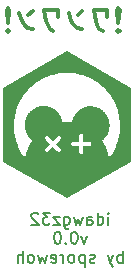
<source format=gbr>
%TF.GenerationSoftware,KiCad,Pcbnew,7.0.8*%
%TF.CreationDate,2024-01-22T23:57:30-06:00*%
%TF.ProjectId,idawgz32,69646177-677a-4333-922e-6b696361645f,rev?*%
%TF.SameCoordinates,Original*%
%TF.FileFunction,Legend,Bot*%
%TF.FilePolarity,Positive*%
%FSLAX46Y46*%
G04 Gerber Fmt 4.6, Leading zero omitted, Abs format (unit mm)*
G04 Created by KiCad (PCBNEW 7.0.8) date 2024-01-22 23:57:30*
%MOMM*%
%LPD*%
G01*
G04 APERTURE LIST*
%ADD10C,0.300000*%
%ADD11C,0.150000*%
%ADD12C,0.000000*%
G04 APERTURE END LIST*
D10*
X79576441Y-48299161D02*
X79481203Y-48394400D01*
X79481203Y-48394400D02*
X79576441Y-48489638D01*
X79576441Y-48489638D02*
X79671679Y-48394400D01*
X79671679Y-48394400D02*
X79576441Y-48299161D01*
X79576441Y-48299161D02*
X79576441Y-48489638D01*
X79576441Y-47727733D02*
X79671679Y-46584876D01*
X79671679Y-46584876D02*
X79576441Y-46489638D01*
X79576441Y-46489638D02*
X79481203Y-46584876D01*
X79481203Y-46584876D02*
X79576441Y-47727733D01*
X79576441Y-47727733D02*
X79576441Y-46489638D01*
X78624060Y-46584876D02*
X78624060Y-47251542D01*
X77481203Y-46584876D02*
X77576441Y-47156304D01*
X77576441Y-47156304D02*
X77671679Y-47537257D01*
X77671679Y-47537257D02*
X77766917Y-47918209D01*
X77766917Y-47918209D02*
X77957393Y-48203923D01*
X77957393Y-48203923D02*
X78243108Y-48394400D01*
X78624060Y-46584876D02*
X77481203Y-46584876D01*
X76528822Y-46680114D02*
X76147870Y-47061066D01*
X76528822Y-48203923D02*
X76052632Y-48108685D01*
X76052632Y-48108685D02*
X75766917Y-47822971D01*
X75766917Y-47822971D02*
X75576441Y-47537257D01*
X75576441Y-47537257D02*
X75385965Y-46870590D01*
X74433584Y-46584876D02*
X74433584Y-47251542D01*
X73290727Y-46584876D02*
X73385965Y-47156304D01*
X73385965Y-47156304D02*
X73481203Y-47537257D01*
X73481203Y-47537257D02*
X73576441Y-47918209D01*
X73576441Y-47918209D02*
X73766917Y-48203923D01*
X73766917Y-48203923D02*
X74052632Y-48394400D01*
X74433584Y-46584876D02*
X73290727Y-46584876D01*
X72338346Y-46680114D02*
X71957394Y-47061066D01*
X72338346Y-48203923D02*
X71862156Y-48108685D01*
X71862156Y-48108685D02*
X71576441Y-47822971D01*
X71576441Y-47822971D02*
X71385965Y-47537257D01*
X71385965Y-47537257D02*
X71195489Y-46870590D01*
X70243108Y-48299161D02*
X70147870Y-48394400D01*
X70147870Y-48394400D02*
X70243108Y-48489638D01*
X70243108Y-48489638D02*
X70338346Y-48394400D01*
X70338346Y-48394400D02*
X70243108Y-48299161D01*
X70243108Y-48299161D02*
X70243108Y-48489638D01*
X70243108Y-47727733D02*
X70338346Y-46584876D01*
X70338346Y-46584876D02*
X70243108Y-46489638D01*
X70243108Y-46489638D02*
X70147870Y-46584876D01*
X70147870Y-46584876D02*
X70243108Y-47727733D01*
X70243108Y-47727733D02*
X70243108Y-46489638D01*
D11*
X78738094Y-64789819D02*
X78738094Y-64123152D01*
X78738094Y-63789819D02*
X78785713Y-63837438D01*
X78785713Y-63837438D02*
X78738094Y-63885057D01*
X78738094Y-63885057D02*
X78690475Y-63837438D01*
X78690475Y-63837438D02*
X78738094Y-63789819D01*
X78738094Y-63789819D02*
X78738094Y-63885057D01*
X77833333Y-64789819D02*
X77833333Y-63789819D01*
X77833333Y-64742200D02*
X77928571Y-64789819D01*
X77928571Y-64789819D02*
X78119047Y-64789819D01*
X78119047Y-64789819D02*
X78214285Y-64742200D01*
X78214285Y-64742200D02*
X78261904Y-64694580D01*
X78261904Y-64694580D02*
X78309523Y-64599342D01*
X78309523Y-64599342D02*
X78309523Y-64313628D01*
X78309523Y-64313628D02*
X78261904Y-64218390D01*
X78261904Y-64218390D02*
X78214285Y-64170771D01*
X78214285Y-64170771D02*
X78119047Y-64123152D01*
X78119047Y-64123152D02*
X77928571Y-64123152D01*
X77928571Y-64123152D02*
X77833333Y-64170771D01*
X76928571Y-64789819D02*
X76928571Y-64266009D01*
X76928571Y-64266009D02*
X76976190Y-64170771D01*
X76976190Y-64170771D02*
X77071428Y-64123152D01*
X77071428Y-64123152D02*
X77261904Y-64123152D01*
X77261904Y-64123152D02*
X77357142Y-64170771D01*
X76928571Y-64742200D02*
X77023809Y-64789819D01*
X77023809Y-64789819D02*
X77261904Y-64789819D01*
X77261904Y-64789819D02*
X77357142Y-64742200D01*
X77357142Y-64742200D02*
X77404761Y-64646961D01*
X77404761Y-64646961D02*
X77404761Y-64551723D01*
X77404761Y-64551723D02*
X77357142Y-64456485D01*
X77357142Y-64456485D02*
X77261904Y-64408866D01*
X77261904Y-64408866D02*
X77023809Y-64408866D01*
X77023809Y-64408866D02*
X76928571Y-64361247D01*
X76547618Y-64123152D02*
X76357142Y-64789819D01*
X76357142Y-64789819D02*
X76166666Y-64313628D01*
X76166666Y-64313628D02*
X75976190Y-64789819D01*
X75976190Y-64789819D02*
X75785714Y-64123152D01*
X74976190Y-64123152D02*
X74976190Y-64932676D01*
X74976190Y-64932676D02*
X75023809Y-65027914D01*
X75023809Y-65027914D02*
X75071428Y-65075533D01*
X75071428Y-65075533D02*
X75166666Y-65123152D01*
X75166666Y-65123152D02*
X75309523Y-65123152D01*
X75309523Y-65123152D02*
X75404761Y-65075533D01*
X74976190Y-64742200D02*
X75071428Y-64789819D01*
X75071428Y-64789819D02*
X75261904Y-64789819D01*
X75261904Y-64789819D02*
X75357142Y-64742200D01*
X75357142Y-64742200D02*
X75404761Y-64694580D01*
X75404761Y-64694580D02*
X75452380Y-64599342D01*
X75452380Y-64599342D02*
X75452380Y-64313628D01*
X75452380Y-64313628D02*
X75404761Y-64218390D01*
X75404761Y-64218390D02*
X75357142Y-64170771D01*
X75357142Y-64170771D02*
X75261904Y-64123152D01*
X75261904Y-64123152D02*
X75071428Y-64123152D01*
X75071428Y-64123152D02*
X74976190Y-64170771D01*
X74595237Y-64123152D02*
X74071428Y-64123152D01*
X74071428Y-64123152D02*
X74595237Y-64789819D01*
X74595237Y-64789819D02*
X74071428Y-64789819D01*
X73785713Y-63789819D02*
X73166666Y-63789819D01*
X73166666Y-63789819D02*
X73499999Y-64170771D01*
X73499999Y-64170771D02*
X73357142Y-64170771D01*
X73357142Y-64170771D02*
X73261904Y-64218390D01*
X73261904Y-64218390D02*
X73214285Y-64266009D01*
X73214285Y-64266009D02*
X73166666Y-64361247D01*
X73166666Y-64361247D02*
X73166666Y-64599342D01*
X73166666Y-64599342D02*
X73214285Y-64694580D01*
X73214285Y-64694580D02*
X73261904Y-64742200D01*
X73261904Y-64742200D02*
X73357142Y-64789819D01*
X73357142Y-64789819D02*
X73642856Y-64789819D01*
X73642856Y-64789819D02*
X73738094Y-64742200D01*
X73738094Y-64742200D02*
X73785713Y-64694580D01*
X72785713Y-63885057D02*
X72738094Y-63837438D01*
X72738094Y-63837438D02*
X72642856Y-63789819D01*
X72642856Y-63789819D02*
X72404761Y-63789819D01*
X72404761Y-63789819D02*
X72309523Y-63837438D01*
X72309523Y-63837438D02*
X72261904Y-63885057D01*
X72261904Y-63885057D02*
X72214285Y-63980295D01*
X72214285Y-63980295D02*
X72214285Y-64075533D01*
X72214285Y-64075533D02*
X72261904Y-64218390D01*
X72261904Y-64218390D02*
X72833332Y-64789819D01*
X72833332Y-64789819D02*
X72214285Y-64789819D01*
X76928570Y-65733152D02*
X76690475Y-66399819D01*
X76690475Y-66399819D02*
X76452380Y-65733152D01*
X75880951Y-65399819D02*
X75785713Y-65399819D01*
X75785713Y-65399819D02*
X75690475Y-65447438D01*
X75690475Y-65447438D02*
X75642856Y-65495057D01*
X75642856Y-65495057D02*
X75595237Y-65590295D01*
X75595237Y-65590295D02*
X75547618Y-65780771D01*
X75547618Y-65780771D02*
X75547618Y-66018866D01*
X75547618Y-66018866D02*
X75595237Y-66209342D01*
X75595237Y-66209342D02*
X75642856Y-66304580D01*
X75642856Y-66304580D02*
X75690475Y-66352200D01*
X75690475Y-66352200D02*
X75785713Y-66399819D01*
X75785713Y-66399819D02*
X75880951Y-66399819D01*
X75880951Y-66399819D02*
X75976189Y-66352200D01*
X75976189Y-66352200D02*
X76023808Y-66304580D01*
X76023808Y-66304580D02*
X76071427Y-66209342D01*
X76071427Y-66209342D02*
X76119046Y-66018866D01*
X76119046Y-66018866D02*
X76119046Y-65780771D01*
X76119046Y-65780771D02*
X76071427Y-65590295D01*
X76071427Y-65590295D02*
X76023808Y-65495057D01*
X76023808Y-65495057D02*
X75976189Y-65447438D01*
X75976189Y-65447438D02*
X75880951Y-65399819D01*
X75119046Y-66304580D02*
X75071427Y-66352200D01*
X75071427Y-66352200D02*
X75119046Y-66399819D01*
X75119046Y-66399819D02*
X75166665Y-66352200D01*
X75166665Y-66352200D02*
X75119046Y-66304580D01*
X75119046Y-66304580D02*
X75119046Y-66399819D01*
X74452380Y-65399819D02*
X74357142Y-65399819D01*
X74357142Y-65399819D02*
X74261904Y-65447438D01*
X74261904Y-65447438D02*
X74214285Y-65495057D01*
X74214285Y-65495057D02*
X74166666Y-65590295D01*
X74166666Y-65590295D02*
X74119047Y-65780771D01*
X74119047Y-65780771D02*
X74119047Y-66018866D01*
X74119047Y-66018866D02*
X74166666Y-66209342D01*
X74166666Y-66209342D02*
X74214285Y-66304580D01*
X74214285Y-66304580D02*
X74261904Y-66352200D01*
X74261904Y-66352200D02*
X74357142Y-66399819D01*
X74357142Y-66399819D02*
X74452380Y-66399819D01*
X74452380Y-66399819D02*
X74547618Y-66352200D01*
X74547618Y-66352200D02*
X74595237Y-66304580D01*
X74595237Y-66304580D02*
X74642856Y-66209342D01*
X74642856Y-66209342D02*
X74690475Y-66018866D01*
X74690475Y-66018866D02*
X74690475Y-65780771D01*
X74690475Y-65780771D02*
X74642856Y-65590295D01*
X74642856Y-65590295D02*
X74595237Y-65495057D01*
X74595237Y-65495057D02*
X74547618Y-65447438D01*
X74547618Y-65447438D02*
X74452380Y-65399819D01*
X79952381Y-68009819D02*
X79952381Y-67009819D01*
X79952381Y-67390771D02*
X79857143Y-67343152D01*
X79857143Y-67343152D02*
X79666667Y-67343152D01*
X79666667Y-67343152D02*
X79571429Y-67390771D01*
X79571429Y-67390771D02*
X79523810Y-67438390D01*
X79523810Y-67438390D02*
X79476191Y-67533628D01*
X79476191Y-67533628D02*
X79476191Y-67819342D01*
X79476191Y-67819342D02*
X79523810Y-67914580D01*
X79523810Y-67914580D02*
X79571429Y-67962200D01*
X79571429Y-67962200D02*
X79666667Y-68009819D01*
X79666667Y-68009819D02*
X79857143Y-68009819D01*
X79857143Y-68009819D02*
X79952381Y-67962200D01*
X79142857Y-67343152D02*
X78904762Y-68009819D01*
X78666667Y-67343152D02*
X78904762Y-68009819D01*
X78904762Y-68009819D02*
X79000000Y-68247914D01*
X79000000Y-68247914D02*
X79047619Y-68295533D01*
X79047619Y-68295533D02*
X79142857Y-68343152D01*
X77571428Y-67962200D02*
X77476190Y-68009819D01*
X77476190Y-68009819D02*
X77285714Y-68009819D01*
X77285714Y-68009819D02*
X77190476Y-67962200D01*
X77190476Y-67962200D02*
X77142857Y-67866961D01*
X77142857Y-67866961D02*
X77142857Y-67819342D01*
X77142857Y-67819342D02*
X77190476Y-67724104D01*
X77190476Y-67724104D02*
X77285714Y-67676485D01*
X77285714Y-67676485D02*
X77428571Y-67676485D01*
X77428571Y-67676485D02*
X77523809Y-67628866D01*
X77523809Y-67628866D02*
X77571428Y-67533628D01*
X77571428Y-67533628D02*
X77571428Y-67486009D01*
X77571428Y-67486009D02*
X77523809Y-67390771D01*
X77523809Y-67390771D02*
X77428571Y-67343152D01*
X77428571Y-67343152D02*
X77285714Y-67343152D01*
X77285714Y-67343152D02*
X77190476Y-67390771D01*
X76714285Y-67343152D02*
X76714285Y-68343152D01*
X76714285Y-67390771D02*
X76619047Y-67343152D01*
X76619047Y-67343152D02*
X76428571Y-67343152D01*
X76428571Y-67343152D02*
X76333333Y-67390771D01*
X76333333Y-67390771D02*
X76285714Y-67438390D01*
X76285714Y-67438390D02*
X76238095Y-67533628D01*
X76238095Y-67533628D02*
X76238095Y-67819342D01*
X76238095Y-67819342D02*
X76285714Y-67914580D01*
X76285714Y-67914580D02*
X76333333Y-67962200D01*
X76333333Y-67962200D02*
X76428571Y-68009819D01*
X76428571Y-68009819D02*
X76619047Y-68009819D01*
X76619047Y-68009819D02*
X76714285Y-67962200D01*
X75666666Y-68009819D02*
X75761904Y-67962200D01*
X75761904Y-67962200D02*
X75809523Y-67914580D01*
X75809523Y-67914580D02*
X75857142Y-67819342D01*
X75857142Y-67819342D02*
X75857142Y-67533628D01*
X75857142Y-67533628D02*
X75809523Y-67438390D01*
X75809523Y-67438390D02*
X75761904Y-67390771D01*
X75761904Y-67390771D02*
X75666666Y-67343152D01*
X75666666Y-67343152D02*
X75523809Y-67343152D01*
X75523809Y-67343152D02*
X75428571Y-67390771D01*
X75428571Y-67390771D02*
X75380952Y-67438390D01*
X75380952Y-67438390D02*
X75333333Y-67533628D01*
X75333333Y-67533628D02*
X75333333Y-67819342D01*
X75333333Y-67819342D02*
X75380952Y-67914580D01*
X75380952Y-67914580D02*
X75428571Y-67962200D01*
X75428571Y-67962200D02*
X75523809Y-68009819D01*
X75523809Y-68009819D02*
X75666666Y-68009819D01*
X74904761Y-68009819D02*
X74904761Y-67343152D01*
X74904761Y-67533628D02*
X74857142Y-67438390D01*
X74857142Y-67438390D02*
X74809523Y-67390771D01*
X74809523Y-67390771D02*
X74714285Y-67343152D01*
X74714285Y-67343152D02*
X74619047Y-67343152D01*
X73904761Y-67962200D02*
X73999999Y-68009819D01*
X73999999Y-68009819D02*
X74190475Y-68009819D01*
X74190475Y-68009819D02*
X74285713Y-67962200D01*
X74285713Y-67962200D02*
X74333332Y-67866961D01*
X74333332Y-67866961D02*
X74333332Y-67486009D01*
X74333332Y-67486009D02*
X74285713Y-67390771D01*
X74285713Y-67390771D02*
X74190475Y-67343152D01*
X74190475Y-67343152D02*
X73999999Y-67343152D01*
X73999999Y-67343152D02*
X73904761Y-67390771D01*
X73904761Y-67390771D02*
X73857142Y-67486009D01*
X73857142Y-67486009D02*
X73857142Y-67581247D01*
X73857142Y-67581247D02*
X74333332Y-67676485D01*
X73523808Y-67343152D02*
X73333332Y-68009819D01*
X73333332Y-68009819D02*
X73142856Y-67533628D01*
X73142856Y-67533628D02*
X72952380Y-68009819D01*
X72952380Y-68009819D02*
X72761904Y-67343152D01*
X72238094Y-68009819D02*
X72333332Y-67962200D01*
X72333332Y-67962200D02*
X72380951Y-67914580D01*
X72380951Y-67914580D02*
X72428570Y-67819342D01*
X72428570Y-67819342D02*
X72428570Y-67533628D01*
X72428570Y-67533628D02*
X72380951Y-67438390D01*
X72380951Y-67438390D02*
X72333332Y-67390771D01*
X72333332Y-67390771D02*
X72238094Y-67343152D01*
X72238094Y-67343152D02*
X72095237Y-67343152D01*
X72095237Y-67343152D02*
X71999999Y-67390771D01*
X71999999Y-67390771D02*
X71952380Y-67438390D01*
X71952380Y-67438390D02*
X71904761Y-67533628D01*
X71904761Y-67533628D02*
X71904761Y-67819342D01*
X71904761Y-67819342D02*
X71952380Y-67914580D01*
X71952380Y-67914580D02*
X71999999Y-67962200D01*
X71999999Y-67962200D02*
X72095237Y-68009819D01*
X72095237Y-68009819D02*
X72238094Y-68009819D01*
X71476189Y-68009819D02*
X71476189Y-67009819D01*
X71047618Y-68009819D02*
X71047618Y-67486009D01*
X71047618Y-67486009D02*
X71095237Y-67390771D01*
X71095237Y-67390771D02*
X71190475Y-67343152D01*
X71190475Y-67343152D02*
X71333332Y-67343152D01*
X71333332Y-67343152D02*
X71428570Y-67390771D01*
X71428570Y-67390771D02*
X71476189Y-67438390D01*
D12*
G36*
X80626649Y-59457481D02*
G01*
X75224744Y-62576272D01*
X69822832Y-59457480D01*
X69822833Y-56435522D01*
X70730286Y-56435522D01*
X70734390Y-56629179D01*
X70746590Y-56820752D01*
X70766721Y-57010075D01*
X70794616Y-57196982D01*
X70830111Y-57381307D01*
X70873038Y-57562885D01*
X70923233Y-57741549D01*
X70980528Y-57917134D01*
X71044759Y-58089473D01*
X71115759Y-58258401D01*
X71193362Y-58423751D01*
X71277402Y-58585359D01*
X71367715Y-58743057D01*
X71464132Y-58896680D01*
X71566489Y-59046063D01*
X71674620Y-59191038D01*
X71690260Y-59082938D01*
X71709099Y-58975903D01*
X71731087Y-58869982D01*
X71756173Y-58765225D01*
X71784308Y-58661685D01*
X71815439Y-58559410D01*
X71848737Y-58460764D01*
X73367424Y-58460764D01*
X73367761Y-58468678D01*
X73368466Y-58476573D01*
X73369539Y-58484435D01*
X73370980Y-58492248D01*
X73372788Y-58500000D01*
X73374965Y-58507676D01*
X73377509Y-58515263D01*
X73380421Y-58522746D01*
X73383702Y-58530111D01*
X73387350Y-58537345D01*
X73391365Y-58544434D01*
X73395749Y-58551363D01*
X73400501Y-58558119D01*
X73405621Y-58564687D01*
X73411108Y-58571054D01*
X73416963Y-58577205D01*
X73423115Y-58583061D01*
X73429482Y-58588548D01*
X73436050Y-58593668D01*
X73442806Y-58598420D01*
X73449735Y-58602803D01*
X73456824Y-58606819D01*
X73464057Y-58610467D01*
X73471423Y-58613747D01*
X73478906Y-58616660D01*
X73486493Y-58619204D01*
X73494169Y-58621380D01*
X73501921Y-58623189D01*
X73509734Y-58624629D01*
X73517595Y-58625702D01*
X73525490Y-58626407D01*
X73533405Y-58626744D01*
X73541326Y-58626713D01*
X73549238Y-58626314D01*
X73557128Y-58625547D01*
X73564983Y-58624413D01*
X73572787Y-58622910D01*
X73580527Y-58621040D01*
X73588189Y-58618801D01*
X73595759Y-58616195D01*
X73603224Y-58613221D01*
X73610568Y-58609879D01*
X73617779Y-58606169D01*
X73624842Y-58602091D01*
X73631743Y-58597646D01*
X73638468Y-58592832D01*
X73645003Y-58587651D01*
X73651335Y-58582101D01*
X73651348Y-58582114D01*
X73651360Y-58582127D01*
X73651385Y-58582153D01*
X73651411Y-58582179D01*
X73651438Y-58582205D01*
X73656436Y-58577205D01*
X74031470Y-58202172D01*
X74411505Y-58582205D01*
X74411556Y-58582153D01*
X74411582Y-58582127D01*
X74411608Y-58582101D01*
X74417939Y-58587651D01*
X74424475Y-58592832D01*
X74431200Y-58597646D01*
X74438101Y-58602091D01*
X74445163Y-58606169D01*
X74452374Y-58609879D01*
X74459718Y-58613221D01*
X74467182Y-58616195D01*
X74474752Y-58618801D01*
X74482414Y-58621040D01*
X74490155Y-58622910D01*
X74497959Y-58624413D01*
X74505813Y-58625547D01*
X74513703Y-58626314D01*
X74521616Y-58626713D01*
X74529536Y-58626744D01*
X74537451Y-58626407D01*
X74545346Y-58625702D01*
X74553207Y-58624629D01*
X74561021Y-58623189D01*
X74568773Y-58621380D01*
X74576449Y-58619204D01*
X74584035Y-58616660D01*
X74591518Y-58613747D01*
X74598884Y-58610467D01*
X74606118Y-58606819D01*
X74613206Y-58602803D01*
X74620136Y-58598420D01*
X74626891Y-58593668D01*
X74633459Y-58588548D01*
X74639826Y-58583061D01*
X74645978Y-58577205D01*
X74651834Y-58571054D01*
X74657321Y-58564687D01*
X74662441Y-58558119D01*
X74667193Y-58551363D01*
X74671577Y-58544434D01*
X74675593Y-58537345D01*
X74679241Y-58530111D01*
X74682521Y-58522746D01*
X74685433Y-58515263D01*
X74687977Y-58507676D01*
X74690154Y-58500000D01*
X74691963Y-58492248D01*
X74693403Y-58484435D01*
X74694476Y-58476573D01*
X74695181Y-58468678D01*
X74695518Y-58460764D01*
X74695487Y-58452843D01*
X74695088Y-58444931D01*
X74694321Y-58437041D01*
X74693187Y-58429186D01*
X74691684Y-58421382D01*
X74689814Y-58413642D01*
X74687576Y-58405980D01*
X74684969Y-58398410D01*
X74681995Y-58390946D01*
X74678653Y-58383601D01*
X74674944Y-58376391D01*
X74670866Y-58369328D01*
X74666420Y-58362427D01*
X74661607Y-58355702D01*
X74656425Y-58349167D01*
X74650876Y-58342835D01*
X74650977Y-58342731D01*
X74270944Y-57962698D01*
X74270945Y-57962697D01*
X75548969Y-57962697D01*
X75549178Y-57971187D01*
X75549800Y-57979569D01*
X75550825Y-57987834D01*
X75552242Y-57995971D01*
X75554041Y-58003971D01*
X75556214Y-58011823D01*
X75558750Y-58019517D01*
X75561638Y-58027045D01*
X75564870Y-58034396D01*
X75568436Y-58041559D01*
X75572325Y-58048526D01*
X75576527Y-58055286D01*
X75581034Y-58061830D01*
X75585834Y-58068147D01*
X75590918Y-58074228D01*
X75596276Y-58080063D01*
X75601899Y-58085642D01*
X75607776Y-58090955D01*
X75613897Y-58095992D01*
X75620253Y-58100744D01*
X75626834Y-58105200D01*
X75633629Y-58109350D01*
X75640630Y-58113185D01*
X75647826Y-58116695D01*
X75655207Y-58119871D01*
X75662763Y-58122701D01*
X75670485Y-58125176D01*
X75678362Y-58127287D01*
X75686386Y-58129023D01*
X75694545Y-58130375D01*
X75702830Y-58131332D01*
X75711231Y-58131885D01*
X75711231Y-58132030D01*
X76248680Y-58132030D01*
X76248680Y-58460764D01*
X76248680Y-58669478D01*
X76248825Y-58669478D01*
X76249379Y-58677880D01*
X76250336Y-58686165D01*
X76251688Y-58694324D01*
X76253424Y-58702347D01*
X76255535Y-58710225D01*
X76258010Y-58717947D01*
X76260840Y-58725503D01*
X76264015Y-58732884D01*
X76267525Y-58740080D01*
X76271361Y-58747080D01*
X76275511Y-58753876D01*
X76279967Y-58760457D01*
X76284718Y-58766813D01*
X76289756Y-58772934D01*
X76295068Y-58778811D01*
X76300647Y-58784433D01*
X76306482Y-58789792D01*
X76312563Y-58794876D01*
X76318880Y-58799676D01*
X76325424Y-58804182D01*
X76332184Y-58808385D01*
X76339151Y-58812274D01*
X76346314Y-58815839D01*
X76353665Y-58819071D01*
X76361192Y-58821960D01*
X76368887Y-58824495D01*
X76376739Y-58826668D01*
X76384738Y-58828468D01*
X76392875Y-58829885D01*
X76401139Y-58830909D01*
X76409522Y-58831531D01*
X76418012Y-58831740D01*
X76426502Y-58831531D01*
X76434885Y-58830909D01*
X76443149Y-58829885D01*
X76451286Y-58828468D01*
X76459286Y-58826668D01*
X76467138Y-58824495D01*
X76474833Y-58821960D01*
X76482360Y-58819071D01*
X76489711Y-58815839D01*
X76496875Y-58812274D01*
X76503842Y-58808385D01*
X76510602Y-58804182D01*
X76517146Y-58799676D01*
X76523463Y-58794876D01*
X76529544Y-58789792D01*
X76535379Y-58784433D01*
X76540958Y-58778811D01*
X76546271Y-58772934D01*
X76551308Y-58766813D01*
X76556059Y-58760457D01*
X76560515Y-58753876D01*
X76564666Y-58747080D01*
X76568501Y-58740080D01*
X76572011Y-58732884D01*
X76575186Y-58725503D01*
X76578017Y-58717947D01*
X76580492Y-58710225D01*
X76582603Y-58702347D01*
X76584339Y-58694324D01*
X76585690Y-58686165D01*
X76586648Y-58677880D01*
X76587201Y-58669478D01*
X76587345Y-58669478D01*
X76587345Y-58132030D01*
X77124794Y-58132030D01*
X77124794Y-58131885D01*
X77133195Y-58131332D01*
X77141480Y-58130375D01*
X77149639Y-58129023D01*
X77157663Y-58127287D01*
X77165540Y-58125176D01*
X77173262Y-58122701D01*
X77180818Y-58119871D01*
X77188199Y-58116695D01*
X77195395Y-58113185D01*
X77202396Y-58109350D01*
X77209191Y-58105200D01*
X77215772Y-58100744D01*
X77222128Y-58095992D01*
X77228249Y-58090955D01*
X77234126Y-58085642D01*
X77239749Y-58080063D01*
X77245107Y-58074228D01*
X77250191Y-58068147D01*
X77254991Y-58061830D01*
X77259498Y-58055286D01*
X77263700Y-58048526D01*
X77267589Y-58041559D01*
X77271155Y-58034396D01*
X77274387Y-58027045D01*
X77277275Y-58019517D01*
X77279811Y-58011823D01*
X77281984Y-58003971D01*
X77283784Y-57995971D01*
X77285201Y-57987834D01*
X77286225Y-57979569D01*
X77286847Y-57971187D01*
X77287056Y-57962697D01*
X77286847Y-57954206D01*
X77286225Y-57945824D01*
X77285201Y-57937559D01*
X77283784Y-57929423D01*
X77281984Y-57921423D01*
X77279811Y-57913571D01*
X77277276Y-57905877D01*
X77274387Y-57898349D01*
X77271155Y-57890998D01*
X77267590Y-57883835D01*
X77263701Y-57876868D01*
X77259498Y-57870108D01*
X77254992Y-57863564D01*
X77250192Y-57857247D01*
X77245108Y-57851166D01*
X77239749Y-57845331D01*
X77234127Y-57839752D01*
X77228250Y-57834439D01*
X77222129Y-57829402D01*
X77215773Y-57824651D01*
X77209192Y-57820195D01*
X77202396Y-57816044D01*
X77195396Y-57812209D01*
X77188200Y-57808699D01*
X77180819Y-57805524D01*
X77173263Y-57802694D01*
X77165541Y-57800219D01*
X77157663Y-57798108D01*
X77149640Y-57796372D01*
X77141481Y-57795020D01*
X77133196Y-57794063D01*
X77124794Y-57793509D01*
X77124794Y-57793364D01*
X76587345Y-57793364D01*
X76587345Y-57255915D01*
X76587201Y-57255915D01*
X76586648Y-57247514D01*
X76585690Y-57239229D01*
X76584339Y-57231070D01*
X76582603Y-57223046D01*
X76580492Y-57215169D01*
X76578017Y-57207447D01*
X76575186Y-57199891D01*
X76572011Y-57192510D01*
X76568501Y-57185314D01*
X76564666Y-57178313D01*
X76560515Y-57171518D01*
X76556059Y-57164937D01*
X76551308Y-57158581D01*
X76546271Y-57152459D01*
X76540958Y-57146582D01*
X76535379Y-57140960D01*
X76529544Y-57135602D01*
X76523463Y-57130517D01*
X76517146Y-57125717D01*
X76510602Y-57121211D01*
X76503842Y-57117008D01*
X76496875Y-57113119D01*
X76489711Y-57109554D01*
X76482360Y-57106322D01*
X76474833Y-57103433D01*
X76467138Y-57100897D01*
X76459286Y-57098725D01*
X76451286Y-57096925D01*
X76443149Y-57095508D01*
X76434885Y-57094483D01*
X76426502Y-57093862D01*
X76418012Y-57093652D01*
X76409522Y-57093862D01*
X76401139Y-57094483D01*
X76392875Y-57095508D01*
X76384738Y-57096925D01*
X76376739Y-57098725D01*
X76368887Y-57100897D01*
X76361192Y-57103433D01*
X76353665Y-57106322D01*
X76346314Y-57109554D01*
X76339151Y-57113119D01*
X76332184Y-57117008D01*
X76325423Y-57121211D01*
X76318880Y-57125717D01*
X76312562Y-57130517D01*
X76306481Y-57135602D01*
X76300646Y-57140960D01*
X76295068Y-57146582D01*
X76289755Y-57152459D01*
X76284717Y-57158581D01*
X76279966Y-57164937D01*
X76275510Y-57171518D01*
X76271359Y-57178313D01*
X76267524Y-57185314D01*
X76264014Y-57192510D01*
X76260839Y-57199891D01*
X76258009Y-57207447D01*
X76255533Y-57215169D01*
X76253422Y-57223046D01*
X76251686Y-57231070D01*
X76250335Y-57239229D01*
X76249377Y-57247514D01*
X76248824Y-57255915D01*
X76248680Y-57255915D01*
X76248680Y-57793366D01*
X75718093Y-57793366D01*
X75711231Y-57793364D01*
X75711231Y-57793508D01*
X75702830Y-57794061D01*
X75694545Y-57795019D01*
X75686386Y-57796370D01*
X75678362Y-57798106D01*
X75670485Y-57800217D01*
X75662763Y-57802692D01*
X75655207Y-57805523D01*
X75647826Y-57808698D01*
X75640630Y-57812208D01*
X75633629Y-57816043D01*
X75626834Y-57820193D01*
X75620253Y-57824649D01*
X75613897Y-57829401D01*
X75607776Y-57834438D01*
X75601899Y-57839751D01*
X75596276Y-57845330D01*
X75590918Y-57851165D01*
X75585834Y-57857246D01*
X75581034Y-57863563D01*
X75576527Y-57870107D01*
X75572325Y-57876867D01*
X75568436Y-57883834D01*
X75564870Y-57890998D01*
X75561638Y-57898348D01*
X75558750Y-57905876D01*
X75556214Y-57913571D01*
X75554041Y-57921423D01*
X75552242Y-57929422D01*
X75550825Y-57937559D01*
X75549800Y-57945824D01*
X75549178Y-57954206D01*
X75548969Y-57962697D01*
X74270945Y-57962697D01*
X74645978Y-57587663D01*
X74650978Y-57582663D01*
X74650876Y-57582561D01*
X74656425Y-57576229D01*
X74661607Y-57569694D01*
X74666420Y-57562969D01*
X74670866Y-57556068D01*
X74674944Y-57549005D01*
X74678653Y-57541794D01*
X74681995Y-57534450D01*
X74684969Y-57526986D01*
X74687576Y-57519415D01*
X74689814Y-57511753D01*
X74691684Y-57504013D01*
X74693187Y-57496209D01*
X74694321Y-57488355D01*
X74695088Y-57480465D01*
X74695487Y-57472552D01*
X74695518Y-57464632D01*
X74695181Y-57456717D01*
X74694476Y-57448822D01*
X74693403Y-57440961D01*
X74691963Y-57433147D01*
X74690154Y-57425395D01*
X74687977Y-57417719D01*
X74685433Y-57410133D01*
X74682521Y-57402649D01*
X74679241Y-57395284D01*
X74675593Y-57388050D01*
X74671577Y-57380961D01*
X74667193Y-57374032D01*
X74662441Y-57367276D01*
X74657321Y-57360708D01*
X74651834Y-57354341D01*
X74645978Y-57348189D01*
X74639826Y-57342334D01*
X74633459Y-57336846D01*
X74626891Y-57331727D01*
X74620136Y-57326975D01*
X74613206Y-57322591D01*
X74606118Y-57318575D01*
X74598884Y-57314927D01*
X74591518Y-57311647D01*
X74584035Y-57308735D01*
X74576449Y-57306191D01*
X74568773Y-57304014D01*
X74561021Y-57302206D01*
X74553207Y-57300765D01*
X74545346Y-57299692D01*
X74537451Y-57298987D01*
X74529536Y-57298650D01*
X74521616Y-57298681D01*
X74513703Y-57299080D01*
X74505813Y-57299847D01*
X74497959Y-57300981D01*
X74490155Y-57302484D01*
X74482414Y-57304354D01*
X74474752Y-57306593D01*
X74467182Y-57309199D01*
X74459718Y-57312173D01*
X74452374Y-57315515D01*
X74445163Y-57319225D01*
X74438101Y-57323303D01*
X74431200Y-57327748D01*
X74424475Y-57332562D01*
X74417939Y-57337743D01*
X74411608Y-57343293D01*
X74411505Y-57343190D01*
X74406504Y-57348189D01*
X74031470Y-57723224D01*
X73656435Y-57348191D01*
X73656362Y-57348117D01*
X73656326Y-57348080D01*
X73656288Y-57348043D01*
X73651439Y-57343190D01*
X73651426Y-57343202D01*
X73651412Y-57343215D01*
X73651399Y-57343228D01*
X73651386Y-57343241D01*
X73651335Y-57343293D01*
X73645003Y-57337743D01*
X73638468Y-57332562D01*
X73631743Y-57327749D01*
X73624842Y-57323303D01*
X73617779Y-57319225D01*
X73610568Y-57315515D01*
X73603224Y-57312173D01*
X73595760Y-57309199D01*
X73588189Y-57306593D01*
X73580527Y-57304355D01*
X73572787Y-57302485D01*
X73564983Y-57300982D01*
X73557129Y-57299847D01*
X73549238Y-57299081D01*
X73541326Y-57298682D01*
X73533406Y-57298651D01*
X73525491Y-57298988D01*
X73517596Y-57299693D01*
X73509735Y-57300766D01*
X73501921Y-57302206D01*
X73494169Y-57304015D01*
X73486493Y-57306191D01*
X73478907Y-57308736D01*
X73471424Y-57311648D01*
X73464058Y-57314928D01*
X73456824Y-57318576D01*
X73449736Y-57322592D01*
X73442806Y-57326976D01*
X73436051Y-57331728D01*
X73429482Y-57336848D01*
X73423115Y-57342335D01*
X73416963Y-57348191D01*
X73411108Y-57354342D01*
X73405621Y-57360709D01*
X73400501Y-57367278D01*
X73395749Y-57374033D01*
X73391365Y-57380962D01*
X73387350Y-57388051D01*
X73383702Y-57395285D01*
X73380421Y-57402650D01*
X73377509Y-57410133D01*
X73374965Y-57417720D01*
X73372788Y-57425396D01*
X73370980Y-57433148D01*
X73369539Y-57440961D01*
X73368466Y-57448823D01*
X73367761Y-57456718D01*
X73367424Y-57464632D01*
X73367455Y-57472553D01*
X73367854Y-57480465D01*
X73368621Y-57488356D01*
X73369756Y-57496210D01*
X73371258Y-57504014D01*
X73373128Y-57511754D01*
X73375367Y-57519416D01*
X73377973Y-57526986D01*
X73380947Y-57534451D01*
X73384289Y-57541795D01*
X73387999Y-57549005D01*
X73392077Y-57556068D01*
X73396522Y-57562969D01*
X73401336Y-57569694D01*
X73406518Y-57576229D01*
X73412067Y-57582561D01*
X73412041Y-57582587D01*
X73412015Y-57582613D01*
X73411989Y-57582638D01*
X73411963Y-57582665D01*
X73416963Y-57587665D01*
X73791999Y-57962698D01*
X73416963Y-58337732D01*
X73411963Y-58342731D01*
X73412067Y-58342835D01*
X73406518Y-58349167D01*
X73401336Y-58355702D01*
X73396522Y-58362427D01*
X73392077Y-58369328D01*
X73387999Y-58376391D01*
X73384289Y-58383601D01*
X73380947Y-58390946D01*
X73377973Y-58398410D01*
X73375367Y-58405980D01*
X73373128Y-58413642D01*
X73371258Y-58421382D01*
X73369756Y-58429186D01*
X73368621Y-58437041D01*
X73367854Y-58444931D01*
X73367455Y-58452843D01*
X73367424Y-58460764D01*
X71848737Y-58460764D01*
X71849518Y-58458451D01*
X71886494Y-58358858D01*
X71926317Y-58260683D01*
X71968935Y-58163975D01*
X72014299Y-58068784D01*
X72062359Y-57975162D01*
X72113063Y-57883158D01*
X72166362Y-57792823D01*
X72222205Y-57704207D01*
X72280542Y-57617360D01*
X72209800Y-57560423D01*
X72142424Y-57499651D01*
X72078579Y-57435209D01*
X72018432Y-57367262D01*
X71962148Y-57295976D01*
X71909891Y-57221516D01*
X71861826Y-57144047D01*
X71818120Y-57063734D01*
X71778937Y-56980743D01*
X71744442Y-56895239D01*
X71714801Y-56807386D01*
X71690178Y-56717351D01*
X71670740Y-56625297D01*
X71656651Y-56531392D01*
X71648076Y-56435799D01*
X71645182Y-56338684D01*
X71647271Y-56256146D01*
X71653472Y-56174687D01*
X71663682Y-56094408D01*
X71677802Y-56015410D01*
X71695730Y-55937794D01*
X71717365Y-55861662D01*
X71742606Y-55787114D01*
X71771352Y-55714251D01*
X71803501Y-55643175D01*
X71838953Y-55573986D01*
X71877607Y-55506786D01*
X71919361Y-55441676D01*
X71964115Y-55378757D01*
X72011767Y-55318129D01*
X72062216Y-55259894D01*
X72115361Y-55204154D01*
X72171102Y-55151009D01*
X72229337Y-55100559D01*
X72289964Y-55052907D01*
X72352884Y-55008154D01*
X72417994Y-54966400D01*
X72485194Y-54927746D01*
X72554382Y-54892294D01*
X72625458Y-54860144D01*
X72698321Y-54831399D01*
X72772869Y-54806158D01*
X72849001Y-54784523D01*
X72926617Y-54766595D01*
X73005615Y-54752475D01*
X73085894Y-54742264D01*
X73167353Y-54736064D01*
X73249890Y-54733974D01*
X73324736Y-54735692D01*
X73398704Y-54740793D01*
X73471718Y-54749204D01*
X73543703Y-54760849D01*
X73614584Y-54775653D01*
X73684285Y-54793540D01*
X73752732Y-54814436D01*
X73819850Y-54838265D01*
X73885562Y-54864951D01*
X73949794Y-54894420D01*
X74012470Y-54926597D01*
X74073516Y-54961405D01*
X74132856Y-54998771D01*
X74190414Y-55038618D01*
X74246116Y-55080871D01*
X74299886Y-55125456D01*
X74351650Y-55172296D01*
X74401331Y-55221318D01*
X74448855Y-55272444D01*
X74494146Y-55325601D01*
X74537129Y-55380713D01*
X74577729Y-55437705D01*
X74615871Y-55496501D01*
X74651479Y-55557027D01*
X74684479Y-55619206D01*
X74714794Y-55682965D01*
X74742350Y-55748226D01*
X74767072Y-55814917D01*
X74788884Y-55882960D01*
X74807711Y-55952281D01*
X74823477Y-56022805D01*
X74836109Y-56094456D01*
X74884074Y-56089596D01*
X74932224Y-56085370D01*
X74980553Y-56081783D01*
X75029057Y-56078838D01*
X75077732Y-56076541D01*
X75126574Y-56074894D01*
X75175578Y-56073904D01*
X75224741Y-56073572D01*
X75224742Y-56073572D01*
X75277464Y-56073953D01*
X75330003Y-56075093D01*
X75382354Y-56076985D01*
X75434512Y-56079626D01*
X75486472Y-56083009D01*
X75538228Y-56087130D01*
X75589775Y-56091983D01*
X75641109Y-56097563D01*
X75654533Y-56026888D01*
X75671014Y-55957341D01*
X75690478Y-55888996D01*
X75712853Y-55821924D01*
X75738066Y-55756199D01*
X75766042Y-55691896D01*
X75796710Y-55629085D01*
X75829995Y-55567842D01*
X75865825Y-55508239D01*
X75904127Y-55450349D01*
X75944827Y-55394245D01*
X75987852Y-55340001D01*
X76033128Y-55287689D01*
X76080584Y-55237384D01*
X76130145Y-55189158D01*
X76181739Y-55143083D01*
X76235292Y-55099235D01*
X76290731Y-55057685D01*
X76347983Y-55018506D01*
X76406974Y-54981773D01*
X76467632Y-54947558D01*
X76529884Y-54915934D01*
X76593655Y-54886975D01*
X76658874Y-54860753D01*
X76725466Y-54837342D01*
X76793359Y-54816816D01*
X76862480Y-54799246D01*
X76932755Y-54784707D01*
X77004111Y-54773271D01*
X77076475Y-54765012D01*
X77149773Y-54760003D01*
X77223934Y-54758317D01*
X77306472Y-54760407D01*
X77387931Y-54766607D01*
X77468210Y-54776818D01*
X77547207Y-54790938D01*
X77624823Y-54808866D01*
X77700955Y-54830501D01*
X77775504Y-54855742D01*
X77848366Y-54884488D01*
X77919442Y-54916637D01*
X77988631Y-54952089D01*
X78055831Y-54990743D01*
X78120941Y-55032497D01*
X78183861Y-55077250D01*
X78244488Y-55124902D01*
X78302723Y-55175352D01*
X78358463Y-55228497D01*
X78411609Y-55284238D01*
X78462058Y-55342472D01*
X78509710Y-55403100D01*
X78554464Y-55466019D01*
X78596218Y-55531129D01*
X78634871Y-55598329D01*
X78670324Y-55667518D01*
X78702473Y-55738594D01*
X78731219Y-55811457D01*
X78756460Y-55886005D01*
X78778095Y-55962137D01*
X78796023Y-56039753D01*
X78810143Y-56118751D01*
X78820353Y-56199030D01*
X78826554Y-56280489D01*
X78828642Y-56363026D01*
X78825723Y-56460559D01*
X78817074Y-56556556D01*
X78802865Y-56650849D01*
X78783262Y-56743272D01*
X78758433Y-56833657D01*
X78728546Y-56921836D01*
X78693766Y-57007642D01*
X78654263Y-57090909D01*
X78610203Y-57171467D01*
X78561753Y-57249151D01*
X78509081Y-57323792D01*
X78452355Y-57395224D01*
X78391742Y-57463279D01*
X78327408Y-57527789D01*
X78259522Y-57588587D01*
X78188251Y-57645507D01*
X78244631Y-57731135D01*
X78298603Y-57818446D01*
X78350120Y-57907394D01*
X78380059Y-57962697D01*
X78399134Y-57997930D01*
X78445598Y-58090007D01*
X78489465Y-58183579D01*
X78530688Y-58278597D01*
X78569218Y-58375014D01*
X78605009Y-58472782D01*
X78638013Y-58571856D01*
X78668183Y-58672186D01*
X78695471Y-58773726D01*
X78719831Y-58876429D01*
X78741214Y-58980246D01*
X78759574Y-59085131D01*
X78774863Y-59191037D01*
X78882994Y-59046061D01*
X78985351Y-58896679D01*
X79081768Y-58743056D01*
X79172080Y-58585357D01*
X79256121Y-58423750D01*
X79333724Y-58258400D01*
X79404724Y-58089472D01*
X79468954Y-57917133D01*
X79526249Y-57741548D01*
X79576444Y-57562884D01*
X79619371Y-57381307D01*
X79654866Y-57196982D01*
X79682761Y-57010075D01*
X79702892Y-56820752D01*
X79715092Y-56629179D01*
X79719196Y-56435522D01*
X79713344Y-56204351D01*
X79695977Y-55976201D01*
X79667379Y-55751356D01*
X79627832Y-55530100D01*
X79577619Y-55312715D01*
X79517024Y-55099484D01*
X79446330Y-54890690D01*
X79365819Y-54686617D01*
X79275775Y-54487547D01*
X79176482Y-54293765D01*
X79068221Y-54105552D01*
X78951276Y-53923192D01*
X78825930Y-53746968D01*
X78692467Y-53577162D01*
X78551170Y-53414060D01*
X78402320Y-53257942D01*
X78246203Y-53109093D01*
X78083100Y-52967795D01*
X77913295Y-52834332D01*
X77737071Y-52708987D01*
X77554711Y-52592042D01*
X77366498Y-52483781D01*
X77172715Y-52384487D01*
X76973645Y-52294444D01*
X76769572Y-52213933D01*
X76560779Y-52143239D01*
X76347548Y-52082644D01*
X76130163Y-52032431D01*
X75908906Y-51992884D01*
X75684062Y-51964286D01*
X75455912Y-51946919D01*
X75224741Y-51941067D01*
X74993569Y-51946919D01*
X74765420Y-51964286D01*
X74540575Y-51992884D01*
X74319319Y-52032431D01*
X74101934Y-52082644D01*
X73888703Y-52143239D01*
X73679909Y-52213933D01*
X73475836Y-52294444D01*
X73276767Y-52384487D01*
X73082984Y-52483781D01*
X72894771Y-52592042D01*
X72712411Y-52708987D01*
X72536187Y-52834332D01*
X72366382Y-52967795D01*
X72203279Y-53109093D01*
X72047161Y-53257942D01*
X71898312Y-53414060D01*
X71757014Y-53577162D01*
X71623551Y-53746968D01*
X71498206Y-53923192D01*
X71381261Y-54105552D01*
X71273000Y-54293765D01*
X71173706Y-54487547D01*
X71083663Y-54686617D01*
X71003152Y-54890690D01*
X70932457Y-55099484D01*
X70871862Y-55312715D01*
X70821650Y-55530100D01*
X70782103Y-55751356D01*
X70753504Y-55976201D01*
X70736138Y-56204351D01*
X70730286Y-56435522D01*
X69822833Y-56435522D01*
X69822835Y-53219890D01*
X75224739Y-50101099D01*
X80626651Y-53219892D01*
X80626650Y-56435522D01*
X80626649Y-59457481D01*
G37*
M02*

</source>
